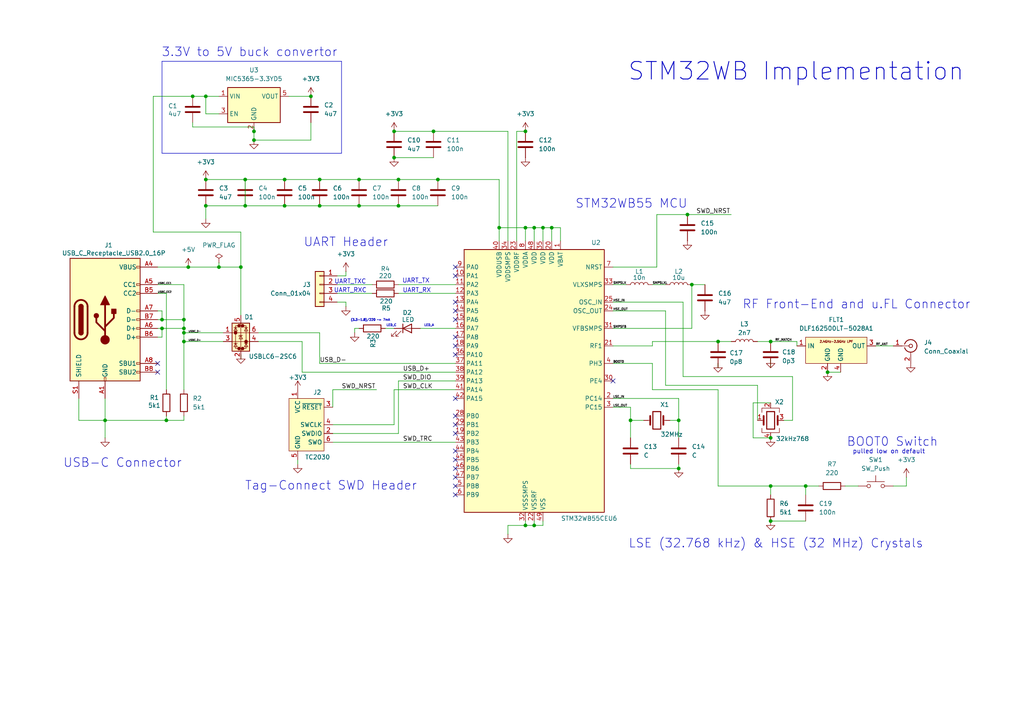
<source format=kicad_sch>
(kicad_sch (version 20250114) (generator "eeschema") (generator_version "9.0")
  (paper "A4")
  (title_block (title "STM32WB Implementation") (date "2025-08-30") (rev "A") (company "Amy Zheng"))
  (lib_symbols
    (symbol "BluephilDemo_SchematicSymbols:DLF162500LT-5028A1_"
      (property "Reference" "FLT" (at 0 4.318 0))
      (property "Value" "DLF162500LT-5028A1" (at 0 0 0))
      (symbol "DLF162500LT-5028A1__0_0"
        (pin passive line (at -10.16 0 0) (length 2.54) (name "IN") (number "1"))
        (pin passive line (at -1.27 -7.62 90) (length 2.54) (name "GND") (number "2"))
        (pin passive line (at 2.54 -7.62 90) (length 2.54) (name "GND") (number "4"))
        (pin passive line (at 12.7 0 180) (length 2.54) (name "OUT") (number "3"))
      )
      (symbol "DLF162500LT-5028A1__1_1"
        (rectangle (start -7.62 2.54) (end 10.16 -5.08) (fill (type background)))
        (text "2.4GHz-2.5GHz LPF" (at 1.27 1.27 0) (effects (font (size 0.635 0.635))))
      )
    )
    (symbol "Connector:Conn_ARM_SWD_TagConnect_TC2030" (in_bom no)
      (property "Reference" "J" (at 2.54 11.43 0))
      (property "Value" "Conn_ARM_SWD_TagConnect_TC2030" (at 5.08 8.89 0))
      (symbol "Conn_ARM_SWD_TagConnect_TC2030_0_0"
        (pin power_in line (at -2.54 10.16 270) (length 2.54) (name "VCC") (number "1"))
        (pin power_in line (at -2.54 -10.16 90) (length 2.54) (name "GND") (number "5"))
        (pin open_collector line (at 7.62 5.08 180) (length 2.54) (name "~{RESET}") (number "3"))
        (pin output line (at 7.62 0 180) (length 2.54) (name "SWCLK") (number "4"))
        (pin bidirectional line (at 7.62 -2.54 180) (length 2.54) (name "SWDIO") (number "2"))
        (pin input line (at 7.62 -5.08 180) (length 2.54) (name "SWO") (number "6"))
      )
      (symbol "Conn_ARM_SWD_TagConnect_TC2030_0_1"
        (rectangle (start -5.08 7.62) (end 5.08 -7.62) (fill (type background)))
      )
    )
    (symbol "Connector:Conn_Coaxial" (pin_names (offset 1.016) (hide yes))
      (property "Reference" "J" (at 0.254 3.048 0))
      (property "Value" "Conn_Coaxial" (at 2.921 0 90))
      (symbol "Conn_Coaxial_0_1"
        (polyline (pts (xy -2.54 0) (xy -0.508 0)))
        (arc (start 1.778 0) (mid 0.222 -1.8079) (end -1.778 -0.508) (stroke (width 0.254)))
        (arc (start -1.778 0.508) (mid 0.2221 1.8084) (end 1.778 0) (stroke (width 0.254)))
        (circle (center 0 0) (radius 0.508) (stroke (width 0.2032)))
        (polyline (pts (xy 0 -2.54) (xy 0 -1.778)))
      )
      (symbol "Conn_Coaxial_1_1"
        (pin passive line (at -5.08 0 0) (length 2.54) (name "In") (number "1"))
        (pin passive line (at 0 -5.08 90) (length 2.54) (name "Ext") (number "2"))
      )
    )
    (symbol "Connector:USB_C_Receptacle_USB2.0_16P" (pin_names (offset 1.016))
      (property "Reference" "J" (at 0 22.225 0))
      (property "Value" "USB_C_Receptacle_USB2.0_16P" (at 0 19.685 0))
      (symbol "USB_C_Receptacle_USB2.0_16P_0_0"
        (rectangle (start -0.254 -17.78) (end 0.254 -16.764))
        (rectangle (start 10.16 15.494) (end 9.144 14.986))
        (rectangle (start 10.16 10.414) (end 9.144 9.906))
        (rectangle (start 10.16 7.874) (end 9.144 7.366))
        (rectangle (start 10.16 2.794) (end 9.144 2.286))
        (rectangle (start 10.16 0.254) (end 9.144 -0.254))
        (rectangle (start 10.16 -2.286) (end 9.144 -2.794))
        (rectangle (start 10.16 -4.826) (end 9.144 -5.334))
        (rectangle (start 10.16 -12.446) (end 9.144 -12.954))
        (rectangle (start 10.16 -14.986) (end 9.144 -15.494))
      )
      (symbol "USB_C_Receptacle_USB2.0_16P_0_1"
        (rectangle (start -10.16 17.78) (end 10.16 -17.78) (stroke (width 0.254)) (fill (type background)))
        (polyline (pts (xy -8.89 -3.81) (xy -8.89 3.81)) (stroke (width 0.508)))
        (rectangle (start -7.62 -3.81) (end -6.35 3.81) (stroke (width 0.254)) (fill (type outline)))
        (arc (start -7.62 3.81) (mid -6.985 4.4423) (end -6.35 3.81) (stroke (width 0.254)))
        (arc (start -7.62 3.81) (mid -6.985 4.4423) (end -6.35 3.81) (stroke (width 0.254)) (fill (type outline)))
        (arc (start -8.89 3.81) (mid -6.985 5.7067) (end -5.08 3.81) (stroke (width 0.508)))
        (arc (start -5.08 -3.81) (mid -6.985 -5.7067) (end -8.89 -3.81) (stroke (width 0.508)))
        (arc (start -6.35 -3.81) (mid -6.985 -4.4423) (end -7.62 -3.81) (stroke (width 0.254)))
        (arc (start -6.35 -3.81) (mid -6.985 -4.4423) (end -7.62 -3.81) (stroke (width 0.254)) (fill (type outline)))
        (polyline (pts (xy -5.08 3.81) (xy -5.08 -3.81)) (stroke (width 0.508)))
        (circle (center -2.54 1.143) (radius 0.635) (stroke (width 0.254)) (fill (type outline)))
        (polyline (pts (xy -1.27 4.318) (xy 0 6.858) (xy 1.27 4.318) (xy -1.27 4.318)) (stroke (width 0.254)) (fill (type outline)))
        (polyline (pts (xy 0 -2.032) (xy 2.54 0.508) (xy 2.54 1.778)) (stroke (width 0.508)))
        (polyline (pts (xy 0 -3.302) (xy -2.54 -0.762) (xy -2.54 0.508)) (stroke (width 0.508)))
        (polyline (pts (xy 0 -5.842) (xy 0 4.318)) (stroke (width 0.508)))
        (circle (center 0 -5.842) (radius 1.27) (fill (type outline)))
        (rectangle (start 1.905 1.778) (end 3.175 3.048) (stroke (width 0.254)) (fill (type outline)))
      )
      (symbol "USB_C_Receptacle_USB2.0_16P_1_1"
        (pin passive line (at -7.62 -22.86 90) (length 5.08) (name "SHIELD") (number "S1"))
        (pin passive line (at 0 -22.86 90) (length 5.08) (name "GND") (number "A1"))
        (pin passive line (at 0 -22.86 90) (length 5.08) (hide yes) (name "GND") (number "A12"))
        (pin passive line (at 0 -22.86 90) (length 5.08) (hide yes) (name "GND") (number "B1"))
        (pin passive line (at 0 -22.86 90) (length 5.08) (hide yes) (name "GND") (number "B12"))
        (pin passive line (at 15.24 15.24 180) (length 5.08) (name "VBUS") (number "A4"))
        (pin passive line (at 15.24 15.24 180) (length 5.08) (hide yes) (name "VBUS") (number "A9"))
        (pin passive line (at 15.24 15.24 180) (length 5.08) (hide yes) (name "VBUS") (number "B4"))
        (pin passive line (at 15.24 15.24 180) (length 5.08) (hide yes) (name "VBUS") (number "B9"))
        (pin bidirectional line (at 15.24 10.16 180) (length 5.08) (name "CC1") (number "A5"))
        (pin bidirectional line (at 15.24 7.62 180) (length 5.08) (name "CC2") (number "B5"))
        (pin bidirectional line (at 15.24 2.54 180) (length 5.08) (name "D-") (number "A7"))
        (pin bidirectional line (at 15.24 0 180) (length 5.08) (name "D-") (number "B7"))
        (pin bidirectional line (at 15.24 -2.54 180) (length 5.08) (name "D+") (number "A6"))
        (pin bidirectional line (at 15.24 -5.08 180) (length 5.08) (name "D+") (number "B6"))
        (pin bidirectional line (at 15.24 -12.7 180) (length 5.08) (name "SBU1") (number "A8"))
        (pin bidirectional line (at 15.24 -15.24 180) (length 5.08) (name "SBU2") (number "B8"))
      )
    )
    (symbol "Connector_Generic:Conn_01x04" (pin_names (offset 1.016) (hide yes))
      (property "Reference" "J" (at 0 5.08 0))
      (property "Value" "Conn_01x04" (at 0 -7.62 0))
      (symbol "Conn_01x04_1_1"
        (rectangle (start -1.27 3.81) (end 1.27 -6.35) (stroke (width 0.254)) (fill (type background)))
        (rectangle (start -1.27 2.667) (end 0 2.413) (stroke (width 0.1524)))
        (rectangle (start -1.27 0.127) (end 0 -0.127) (stroke (width 0.1524)))
        (rectangle (start -1.27 -2.413) (end 0 -2.667) (stroke (width 0.1524)))
        (rectangle (start -1.27 -4.953) (end 0 -5.207) (stroke (width 0.1524)))
        (pin passive line (at -5.08 2.54 0) (length 3.81) (name "Pin_1") (number "1"))
        (pin passive line (at -5.08 0 0) (length 3.81) (name "Pin_2") (number "2"))
        (pin passive line (at -5.08 -2.54 0) (length 3.81) (name "Pin_3") (number "3"))
        (pin passive line (at -5.08 -5.08 0) (length 3.81) (name "Pin_4") (number "4"))
      )
    )
    (symbol "Device:C" (pin_numbers (hide yes)) (pin_names (offset 0.254))
      (property "Reference" "C" (at 0.635 2.54 0))
      (property "Value" "C" (at 0.635 -2.54 0))
      (symbol "C_0_1"
        (polyline (pts (xy -2.032 0.762) (xy 2.032 0.762)) (stroke (width 0.508)))
        (polyline (pts (xy -2.032 -0.762) (xy 2.032 -0.762)) (stroke (width 0.508)))
      )
      (symbol "C_1_1"
        (pin passive line (at 0 3.81 270) (length 2.794) (name "~") (number "1"))
        (pin passive line (at 0 -3.81 90) (length 2.794) (name "~") (number "2"))
      )
    )
    (symbol "Device:Crystal" (pin_numbers (hide yes)) (pin_names (offset 1.016) (hide yes))
      (property "Reference" "Y" (at 0 3.81 0))
      (property "Value" "Crystal" (at 0 -3.81 0))
      (symbol "Crystal_0_1"
        (polyline (pts (xy -2.54 0) (xy -1.905 0)))
        (polyline (pts (xy -1.905 -1.27) (xy -1.905 1.27)) (stroke (width 0.508)))
        (rectangle (start -1.143 2.54) (end 1.143 -2.54) (stroke (width 0.3048)))
        (polyline (pts (xy 1.905 -1.27) (xy 1.905 1.27)) (stroke (width 0.508)))
        (polyline (pts (xy 2.54 0) (xy 1.905 0)))
      )
      (symbol "Crystal_1_1"
        (pin passive line (at -3.81 0 0) (length 1.27) (name "1") (number "1"))
        (pin passive line (at 3.81 0 180) (length 1.27) (name "2") (number "2"))
      )
    )
    (symbol "Device:Crystal_GND24" (pin_names (offset 1.016) (hide yes))
      (property "Reference" "Y" (at 3.175 5.08 0))
      (property "Value" "Crystal_GND24" (at 3.175 3.175 0))
      (symbol "Crystal_GND24_0_1"
        (polyline (pts (xy -2.54 2.286) (xy -2.54 3.556) (xy 2.54 3.556) (xy 2.54 2.286)))
        (polyline (pts (xy -2.54 0) (xy -2.032 0)))
        (polyline (pts (xy -2.54 -2.286) (xy -2.54 -3.556) (xy 2.54 -3.556) (xy 2.54 -2.286)))
        (polyline (pts (xy -2.032 -1.27) (xy -2.032 1.27)) (stroke (width 0.508)))
        (rectangle (start -1.143 2.54) (end 1.143 -2.54) (stroke (width 0.3048)))
        (polyline (pts (xy 0 3.556) (xy 0 3.81)))
        (polyline (pts (xy 0 -3.81) (xy 0 -3.556)))
        (polyline (pts (xy 2.032 0) (xy 2.54 0)))
        (polyline (pts (xy 2.032 -1.27) (xy 2.032 1.27)) (stroke (width 0.508)))
      )
      (symbol "Crystal_GND24_1_1"
        (pin passive line (at -3.81 0 0) (length 1.27) (name "1") (number "1"))
        (pin passive line (at 0 5.08 270) (length 1.27) (name "2") (number "2"))
        (pin passive line (at 0 -5.08 90) (length 1.27) (name "4") (number "4"))
        (pin passive line (at 3.81 0 180) (length 1.27) (name "3") (number "3"))
      )
    )
    (symbol "Device:L" (pin_numbers (hide yes)) (pin_names (offset 1.016) (hide yes))
      (property "Reference" "L" (at -1.27 0 90))
      (property "Value" "L" (at 1.905 0 90))
      (symbol "L_0_1"
        (arc (start 0 2.54) (mid 0.6323 1.905) (end 0 1.27))
        (arc (start 0 1.27) (mid 0.6323 0.635) (end 0 0))
        (arc (start 0 0) (mid 0.6323 -0.635) (end 0 -1.27))
        (arc (start 0 -1.27) (mid 0.6323 -1.905) (end 0 -2.54))
      )
      (symbol "L_1_1"
        (pin passive line (at 0 3.81 270) (length 1.27) (name "1") (number "1"))
        (pin passive line (at 0 -3.81 90) (length 1.27) (name "2") (number "2"))
      )
    )
    (symbol "Device:LED" (pin_numbers (hide yes)) (pin_names (offset 1.016) (hide yes))
      (property "Reference" "D" (at 0 2.54 0))
      (property "Value" "LED" (at 0 -2.54 0))
      (symbol "LED_0_1"
        (polyline (pts (xy -3.048 -0.762) (xy -4.572 -2.286) (xy -3.81 -2.286) (xy -4.572 -2.286) (xy -4.572 -1.524)))
        (polyline (pts (xy -1.778 -0.762) (xy -3.302 -2.286) (xy -2.54 -2.286) (xy -3.302 -2.286) (xy -3.302 -1.524)))
        (polyline (pts (xy -1.27 0) (xy 1.27 0)))
        (polyline (pts (xy -1.27 -1.27) (xy -1.27 1.27)) (stroke (width 0.254)))
        (polyline (pts (xy 1.27 -1.27) (xy 1.27 1.27) (xy -1.27 0) (xy 1.27 -1.27)) (stroke (width 0.254)))
      )
      (symbol "LED_1_1"
        (pin passive line (at -3.81 0 0) (length 2.54) (name "K") (number "1"))
        (pin passive line (at 3.81 0 180) (length 2.54) (name "A") (number "2"))
      )
    )
    (symbol "Device:R" (pin_numbers (hide yes)) (pin_names (offset 0))
      (property "Reference" "R" (at 2.032 0 90))
      (property "Value" "R" (at 0 0 90))
      (symbol "R_0_1"
        (rectangle (start -1.016 -2.54) (end 1.016 2.54) (stroke (width 0.254)))
      )
      (symbol "R_1_1"
        (pin passive line (at 0 3.81 270) (length 1.27) (name "~") (number "1"))
        (pin passive line (at 0 -3.81 90) (length 1.27) (name "~") (number "2"))
      )
    )
    (symbol "MCU_ST_STM32WB:STM32WB55CEUx"
      (property "Reference" "U" (at -20.32 39.37 0))
      (property "Value" "STM32WB55CEUx" (at 12.7 39.37 0))
      (symbol "STM32WB55CEUx_0_1"
        (rectangle (start -20.32 -38.1) (end 20.32 38.1) (stroke (width 0.254)) (fill (type background)))
      )
      (symbol "STM32WB55CEUx_1_1"
        (pin input line (at -22.86 33.02 0) (length 2.54) (name "NRST") (number "7"))
        (pin power_in line (at -22.86 27.94 0) (length 2.54) (name "VLXSMPS") (number "33"))
        (pin input line (at -22.86 22.86 0) (length 2.54) (name "OSC_IN") (number "25"))
        (pin input line (at -22.86 20.32 0) (length 2.54) (name "OSC_OUT") (number "24"))
        (pin input line (at -22.86 15.24 0) (length 2.54) (name "VFBSMPS") (number "31"))
        (pin bidirectional line (at -22.86 10.16 0) (length 2.54) (name "RF1") (number "21"))
        (pin bidirectional line (at -22.86 5.08 0) (length 2.54) (name "PH3") (number "4"))
        (pin bidirectional line (at -22.86 0 0) (length 2.54) (name "PE4") (number "30"))
        (pin bidirectional line (at -22.86 -5.08 0) (length 2.54) (name "PC14") (number "2"))
        (pin bidirectional line (at -22.86 -7.62 0) (length 2.54) (name "PC15") (number "3"))
        (pin no_connect line (at -20.32 -35.56 0) (length 2.54) (hide yes) (name "AT1") (number "27"))
        (pin no_connect line (at -20.32 -38.1 0) (length 2.54) (hide yes) (name "AT0") (number "26"))
        (pin power_in line (at -7.62 40.64 270) (length 2.54) (name "VBAT") (number "1"))
        (pin power_in line (at -5.08 40.64 270) (length 2.54) (name "VDD") (number "20"))
        (pin power_in line (at -2.54 40.64 270) (length 2.54) (name "VDD") (number "35"))
        (pin power_in line (at -2.54 -40.64 90) (length 2.54) (name "VSS") (number "49"))
        (pin power_in line (at 0 40.64 270) (length 2.54) (name "VDD") (number "48"))
        (pin power_in line (at 0 -40.64 90) (length 2.54) (name "VSSRF") (number "22"))
        (pin power_in line (at 2.54 40.64 270) (length 2.54) (name "VDDA") (number "8"))
        (pin power_in line (at 2.54 -40.64 90) (length 2.54) (name "VSSSMPS") (number "32"))
        (pin power_in line (at 5.08 40.64 270) (length 2.54) (name "VDDRF") (number "23"))
        (pin power_in line (at 7.62 40.64 270) (length 2.54) (name "VDDSMPS") (number "34"))
        (pin power_in line (at 10.16 40.64 270) (length 2.54) (name "VDDUSB") (number "40"))
        (pin bidirectional line (at 22.86 33.02 180) (length 2.54) (name "PA0") (number "9"))
        (pin bidirectional line (at 22.86 30.48 180) (length 2.54) (name "PA1") (number "10"))
        (pin bidirectional line (at 22.86 27.94 180) (length 2.54) (name "PA2") (number "11"))
        (pin bidirectional line (at 22.86 25.4 180) (length 2.54) (name "PA3") (number "12"))
        (pin bidirectional line (at 22.86 22.86 180) (length 2.54) (name "PA4") (number "13"))
        (pin bidirectional line (at 22.86 20.32 180) (length 2.54) (name "PA5") (number "14"))
        (pin bidirectional line (at 22.86 17.78 180) (length 2.54) (name "PA6") (number "15"))
        (pin bidirectional line (at 22.86 15.24 180) (length 2.54) (name "PA7") (number "16"))
        (pin bidirectional line (at 22.86 12.7 180) (length 2.54) (name "PA8") (number "17"))
        (pin bidirectional line (at 22.86 10.16 180) (length 2.54) (name "PA9") (number "18"))
        (pin bidirectional line (at 22.86 7.62 180) (length 2.54) (name "PA10") (number "36"))
        (pin bidirectional line (at 22.86 5.08 180) (length 2.54) (name "PA11") (number "37"))
        (pin bidirectional line (at 22.86 2.54 180) (length 2.54) (name "PA12") (number "38"))
        (pin bidirectional line (at 22.86 0 180) (length 2.54) (name "PA13") (number "39"))
        (pin bidirectional line (at 22.86 -2.54 180) (length 2.54) (name "PA14") (number "41"))
        (pin bidirectional line (at 22.86 -5.08 180) (length 2.54) (name "PA15") (number "42"))
        (pin bidirectional line (at 22.86 -10.16 180) (length 2.54) (name "PB0") (number "28"))
        (pin bidirectional line (at 22.86 -12.7 180) (length 2.54) (name "PB1") (number "29"))
        (pin bidirectional line (at 22.86 -15.24 180) (length 2.54) (name "PB2") (number "19"))
        (pin bidirectional line (at 22.86 -17.78 180) (length 2.54) (name "PB3") (number "43"))
        (pin bidirectional line (at 22.86 -20.32 180) (length 2.54) (name "PB4") (number "44"))
        (pin bidirectional line (at 22.86 -22.86 180) (length 2.54) (name "PB5") (number "45"))
        (pin bidirectional line (at 22.86 -25.4 180) (length 2.54) (name "PB6") (number "46"))
        (pin bidirectional line (at 22.86 -27.94 180) (length 2.54) (name "PB7") (number "47"))
        (pin bidirectional line (at 22.86 -30.48 180) (length 2.54) (name "PB8") (number "5"))
        (pin bidirectional line (at 22.86 -33.02 180) (length 2.54) (name "PB9") (number "6"))
      )
    )
    (symbol "Power_Protection:USBLC6-2SC6" (pin_names (hide yes))
      (property "Reference" "U" (at 0.635 5.715 0))
      (property "Value" "USBLC6-2SC6" (at 0.635 3.81 0))
      (symbol "USBLC6-2SC6_0_0"
        (circle (center -1.524 0) (radius 0.0001) (stroke (width 0.508)))
        (circle (center -0.508 2.032) (radius 0.0001) (stroke (width 0.508)))
        (circle (center -0.508 -4.572) (radius 0.0001) (stroke (width 0.508)))
        (circle (center 0.508 2.032) (radius 0.0001) (stroke (width 0.508)))
        (circle (center 0.508 -4.572) (radius 0.0001) (stroke (width 0.508)))
        (circle (center 1.524 -2.54) (radius 0.0001) (stroke (width 0.508)))
      )
      (symbol "USBLC6-2SC6_0_1"
        (polyline (pts (xy -2.54 0) (xy 2.54 0)))
        (polyline (pts (xy -2.54 -2.54) (xy 2.54 -2.54)))
        (polyline (pts (xy -2.032 0.508) (xy -1.016 0.508) (xy -1.524 1.524) (xy -2.032 0.508)))
        (polyline (pts (xy -2.032 -3.048) (xy -1.016 -3.048)))
        (polyline (pts (xy -1.016 1.524) (xy -2.032 1.524)))
        (polyline (pts (xy -1.016 -4.064) (xy -2.032 -4.064) (xy -1.524 -3.048) (xy -1.016 -4.064)))
        (polyline (pts (xy -0.508 -1.143) (xy -0.508 -0.762) (xy 0.508 -0.762)))
        (polyline (pts (xy 0 2.54) (xy -0.508 2.032) (xy 0.508 2.032) (xy 0 1.524) (xy 0 -4.064) (xy -0.508 -4.572) (xy 0.508 -4.572) (xy 0 -5.08)))
        (polyline (pts (xy 0.508 -1.778) (xy -0.508 -1.778) (xy 0 -0.762) (xy 0.508 -1.778)))
        (polyline (pts (xy 1.016 1.524) (xy 2.032 1.524)))
        (polyline (pts (xy 1.016 -3.048) (xy 2.032 -3.048)))
        (polyline (pts (xy 2.032 0.508) (xy 1.016 0.508) (xy 1.524 1.524) (xy 2.032 0.508)))
        (polyline (pts (xy 2.032 -4.064) (xy 1.016 -4.064) (xy 1.524 -3.048) (xy 2.032 -4.064)))
      )
      (symbol "USBLC6-2SC6_1_1"
        (rectangle (start -2.54 2.794) (end 2.54 -5.334) (stroke (width 0.254)) (fill (type background)))
        (polyline (pts (xy -0.508 2.032) (xy -1.524 2.032) (xy -1.524 -4.572) (xy -0.508 -4.572)))
        (polyline (pts (xy 0.508 -4.572) (xy 1.524 -4.572) (xy 1.524 2.032) (xy 0.508 2.032)))
        (pin passive line (at -5.08 0 0) (length 2.54) (name "I/O1") (number "1"))
        (pin passive line (at -5.08 -2.54 0) (length 2.54) (name "I/O2") (number "3"))
        (pin passive line (at 0 5.08 270) (length 2.54) (name "VBUS") (number "5"))
        (pin passive line (at 0 -7.62 90) (length 2.54) (name "GND") (number "2"))
        (pin passive line (at 5.08 0 180) (length 2.54) (name "I/O1") (number "6"))
        (pin passive line (at 5.08 -2.54 180) (length 2.54) (name "I/O2") (number "4"))
      )
    )
    (symbol "Regulator_Linear:MIC5365-3.3YD5"
      (property "Reference" "U" (at -7.62 6.35 0))
      (property "Value" "MIC5365-3.3YD5" (at 0 6.35 0))
      (symbol "MIC5365-3.3YD5_0_1"
        (rectangle (start -7.62 -5.08) (end 7.62 5.08) (stroke (width 0.254)) (fill (type background)))
      )
      (symbol "MIC5365-3.3YD5_1_1"
        (pin power_in line (at -10.16 2.54 0) (length 2.54) (name "VIN") (number "1"))
        (pin input line (at -10.16 -2.54 0) (length 2.54) (name "EN") (number "3"))
        (pin power_in line (at 0 -7.62 90) (length 2.54) (name "GND") (number "2"))
        (pin no_connect line (at 7.62 -2.54 180) (length 2.54) (hide yes) (name "NC") (number "4"))
        (pin power_out line (at 10.16 2.54 180) (length 2.54) (name "VOUT") (number "5"))
      )
    )
    (symbol "Switch:SW_Push" (pin_numbers (hide yes)) (pin_names (offset 1.016) (hide yes))
      (property "Reference" "SW" (at 1.27 2.54 0))
      (property "Value" "SW_Push" (at 0 -1.524 0))
      (symbol "SW_Push_0_1"
        (circle (center -2.032 0) (radius 0.508))
        (polyline (pts (xy 0 1.27) (xy 0 3.048)))
        (circle (center 2.032 0) (radius 0.508))
        (polyline (pts (xy 2.54 1.27) (xy -2.54 1.27)))
        (pin passive line (at -5.08 0 0) (length 2.54) (name "1") (number "1"))
        (pin passive line (at 5.08 0 180) (length 2.54) (name "2") (number "2"))
      )
    )
    (symbol "power:+3V3" (power) (pin_numbers (hide yes)) (pin_names (offset 0) (hide yes))
      (property "Value" "+3V3" (at 0 3.556 0))
      (symbol "+3V3_0_1"
        (polyline (pts (xy -0.762 1.27) (xy 0 2.54)))
        (polyline (pts (xy 0 2.54) (xy 0.762 1.27)))
        (polyline (pts (xy 0 0) (xy 0 2.54)))
      )
      (symbol "+3V3_1_1"
        (pin power_in line (at 0 0 90) (length 0) (name "~") (number "1"))
      )
    )
    (symbol "power:+5V" (power) (pin_numbers (hide yes)) (pin_names (offset 0) (hide yes))
      (property "Value" "+5V" (at 0 3.556 0))
      (symbol "+5V_0_1"
        (polyline (pts (xy -0.762 1.27) (xy 0 2.54)))
        (polyline (pts (xy 0 2.54) (xy 0.762 1.27)))
        (polyline (pts (xy 0 0) (xy 0 2.54)))
      )
      (symbol "+5V_1_1"
        (pin power_in line (at 0 0 90) (length 0) (name "~") (number "1"))
      )
    )
    (symbol "power:GND" (power) (pin_numbers (hide yes)) (pin_names (offset 0) (hide yes))
      (property "Value" "GND" (at 0 -3.81 0))
      (symbol "GND_0_1"
        (polyline (pts (xy 0 0) (xy 0 -1.27) (xy 1.27 -1.27) (xy 0 -2.54) (xy -1.27 -1.27) (xy 0 -1.27)))
      )
      (symbol "GND_1_1"
        (pin power_in line (at 0 0 270) (length 0) (name "~") (number "1"))
      )
    )
    (symbol "power:PWR_FLAG" (power) (pin_numbers (hide yes)) (pin_names (offset 0) (hide yes))
      (property "Value" "PWR_FLAG" (at 0 3.81 0))
      (symbol "PWR_FLAG_0_0"
        (pin power_out line (at 0 0 90) (length 0) (name "~") (number "1"))
      )
      (symbol "PWR_FLAG_0_1"
        (polyline (pts (xy 0 0) (xy 0 1.27) (xy -1.016 1.905) (xy 0 2.54) (xy 1.016 1.905) (xy 0 1.27)))
      )
    )
  )
  (text "Tag-Connect SWD Header" (at 96.012 140.97 0) (effects (font (size 2.54 2.54) (thickness 0.1588))))
  (text "LED_A" (at 124.46 94.488 0) (effects (font (size 0.635 0.635))))
  (text "pulled low on default" (at 257.81 131.064 0) (effects (font (size 1.27 1.27) (thickness 0.1588))))
  (text "USB-C Connector" (at 35.56 134.366 0) (effects (font (size 2.54 2.54) (thickness 0.1588))))
  (text "LSE (32.768 kHz) & HSE (32 MHz) Crystals" (at 225.044 157.734 0) (effects (font (size 2.54 2.54) (thickness 0.1588))))
  (text "LED_C" (at 113.538 94.488 0) (effects (font (size 0.635 0.635))))
  (text "(3.3-1.8)/220 ~= 7mA" (at 107.442 92.964 0) (effects (font (size 0.635 0.635))))
  (text "STM32WB Implementation" (at 230.886 20.828 0) (effects (font (size 5.08 5.08) (thickness 0.254) (bold yes))))
  (text "UART_RX\n" (at 120.904 84.328 0) (effects (font (size 1.27 1.27))))
  (text "UART Header" (at 100.33 70.358 0) (effects (font (size 2.54 2.54) (thickness 0.1588))))
  (text "UART_TXC" (at 101.6 81.788 0) (effects (font (size 1.27 1.27))))
  (text "UART_RXC\n\n" (at 101.6 85.344 0) (effects (font (size 1.27 1.27))))
  (text "RF Front-End and u.FL Connector" (at 248.412 88.392 0) (effects (font (size 2.54 2.54) (thickness 0.1588))))
  (text "STM32WB55 MCU" (at 183.134 59.182 0) (effects (font (size 2.54 2.54) (thickness 0.1588))))
  (text "UART_TX" (at 120.65 81.534 0) (effects (font (size 1.27 1.27))))
  (text "3.3V to 5V buck convertor\n" (at 72.39 15.24 0) (effects (font (size 2.54 2.54) (thickness 0.1588))))
  (text "BOOT0 Switch" (at 258.826 128.27 0) (effects (font (size 2.54 2.54) (thickness 0.1588))))
  (junction (at 46.99 95.25))
  (junction (at 196.85 121.92))
  (junction (at 157.48 66.04))
  (junction (at 53.34 99.06))
  (junction (at 104.14 59.69))
  (junction (at 90.17 27.94))
  (junction (at 104.14 52.07))
  (junction (at 115.57 52.07))
  (junction (at 69.85 77.47))
  (junction (at 59.69 27.94))
  (junction (at 199.39 62.23))
  (junction (at 152.4 38.1))
  (junction (at 92.71 59.69))
  (junction (at 152.4 66.04))
  (junction (at 223.52 151.13))
  (junction (at 73.66 38.1))
  (junction (at 115.57 59.69))
  (junction (at 54.61 77.47))
  (junction (at 127 52.07))
  (junction (at 160.02 66.04))
  (junction (at 223.52 140.97))
  (junction (at 200.66 82.55))
  (junction (at 208.28 99.06))
  (junction (at 114.3 38.1))
  (junction (at 63.5 77.47))
  (junction (at 82.55 52.07))
  (junction (at 46.99 92.71))
  (junction (at 154.94 152.4))
  (junction (at 48.26 121.92))
  (junction (at 59.69 59.69))
  (junction (at 92.71 52.07))
  (junction (at 196.85 135.89))
  (junction (at 59.69 52.07))
  (junction (at 114.3 45.72))
  (junction (at 71.12 52.07))
  (junction (at 233.68 140.97))
  (junction (at 71.12 59.69))
  (junction (at 223.52 127))
  (junction (at 223.52 99.06))
  (junction (at 240.03 107.95))
  (junction (at 53.34 92.71))
  (junction (at 82.55 59.69))
  (junction (at 73.66 40.64))
  (junction (at 125.73 38.1))
  (junction (at 30.48 121.92))
  (junction (at 152.4 152.4))
  (junction (at 55.88 27.94))
  (junction (at 154.94 66.04))
  (junction (at 53.34 95.25))
  (junction (at 182.88 121.92))
  (junction (at 144.78 66.04))
  (junction (at 53.34 96.52))
  (no_connect (at 45.72 107.95))
  (no_connect (at 132.08 123.19))
  (no_connect (at 132.08 135.89))
  (no_connect (at 177.8 110.49))
  (no_connect (at 132.08 143.51))
  (no_connect (at 132.08 90.17))
  (no_connect (at 132.08 77.47))
  (no_connect (at 132.08 102.87))
  (no_connect (at 132.08 97.79))
  (no_connect (at 132.08 133.35))
  (no_connect (at 45.72 105.41))
  (no_connect (at 132.08 80.01))
  (no_connect (at 132.08 120.65))
  (no_connect (at 132.08 130.81))
  (no_connect (at 132.08 138.43))
  (no_connect (at 132.08 125.73))
  (no_connect (at 132.08 92.71))
  (no_connect (at 132.08 115.57))
  (no_connect (at 132.08 87.63))
  (no_connect (at 132.08 100.33))
  (no_connect (at 132.08 140.97))
  (wire (pts (xy 96.52 113.03) (xy 109.22 113.03)))
  (wire (pts (xy 97.79 85.09) (xy 107.95 85.09)))
  (wire (pts (xy 115.57 82.55) (xy 132.08 82.55)))
  (wire (pts (xy 208.28 105.41) (xy 208.28 106.68)))
  (wire (pts (xy 196.85 135.89) (xy 196.85 134.62)))
  (wire (pts (xy 53.34 99.06) (xy 53.34 113.03)))
  (wire (pts (xy 208.28 99.06) (xy 212.09 99.06)))
  (wire (pts (xy 254 100.33) (xy 259.08 100.33)))
  (wire (pts (xy 73.66 38.1) (xy 73.66 40.64)))
  (wire (pts (xy 73.66 40.64) (xy 90.17 40.64)))
  (wire (pts (xy 48.26 121.92) (xy 48.26 120.65)))
  (wire (pts (xy 189.23 82.55) (xy 193.04 82.55)))
  (wire (pts (xy 46.99 97.79) (xy 46.99 95.25)))
  (wire (pts (xy 102.87 95.25) (xy 104.14 95.25)))
  (wire (pts (xy 96.52 125.73) (xy 115.57 125.73)))
  (wire (pts (xy 92.71 105.41) (xy 132.08 105.41)))
  (wire (pts (xy 198.12 109.22) (xy 229.87 109.22)))
  (wire (pts (xy 240.03 107.95) (xy 243.84 107.95)))
  (wire (pts (xy 102.87 96.52) (xy 102.87 95.25)))
  (wire (pts (xy 219.71 99.06) (xy 223.52 99.06)))
  (wire (pts (xy 121.92 95.25) (xy 132.08 95.25)))
  (wire (pts (xy 53.34 92.71) (xy 53.34 95.25)))
  (wire (pts (xy 48.26 121.92) (xy 53.34 121.92)))
  (wire (pts (xy 182.88 121.92) (xy 182.88 118.11)))
  (wire (pts (xy 45.72 95.25) (xy 46.99 95.25)))
  (wire (pts (xy 115.57 110.49) (xy 132.08 110.49)))
  (wire (pts (xy 48.26 113.03) (xy 48.26 85.09)))
  (wire (pts (xy 147.32 38.1) (xy 147.32 69.85)))
  (polyline (pts (xy 99.06 17.78) (xy 99.06 44.45)))
  (wire (pts (xy 177.8 77.47) (xy 190.5 77.47)))
  (wire (pts (xy 177.8 90.17) (xy 193.04 90.17)))
  (wire (pts (xy 69.85 67.31) (xy 44.45 67.31)))
  (wire (pts (xy 229.87 121.92) (xy 227.33 121.92)))
  (wire (pts (xy 100.33 87.63) (xy 100.33 88.9)))
  (wire (pts (xy 125.73 38.1) (xy 147.32 38.1)))
  (wire (pts (xy 59.69 59.69) (xy 59.69 63.5)))
  (wire (pts (xy 59.69 27.94) (xy 63.5 27.94)))
  (wire (pts (xy 182.88 134.62) (xy 182.88 135.89)))
  (wire (pts (xy 219.71 111.76) (xy 219.71 121.92)))
  (wire (pts (xy 177.8 105.41) (xy 189.23 105.41)))
  (wire (pts (xy 53.34 121.92) (xy 53.34 120.65)))
  (wire (pts (xy 144.78 52.07) (xy 144.78 66.04)))
  (wire (pts (xy 177.8 82.55) (xy 181.61 82.55)))
  (wire (pts (xy 46.99 90.17) (xy 46.99 92.71)))
  (wire (pts (xy 53.34 95.25) (xy 53.34 96.52)))
  (wire (pts (xy 223.52 99.06) (xy 231.14 99.06)))
  (wire (pts (xy 44.45 27.94) (xy 55.88 27.94)))
  (wire (pts (xy 154.94 151.13) (xy 154.94 152.4)))
  (wire (pts (xy 69.85 77.47) (xy 69.85 91.44)))
  (wire (pts (xy 223.52 116.84) (xy 218.44 116.84)))
  (wire (pts (xy 45.72 77.47) (xy 54.61 77.47)))
  (wire (pts (xy 45.72 90.17) (xy 46.99 90.17)))
  (wire (pts (xy 115.57 59.69) (xy 127 59.69)))
  (wire (pts (xy 73.66 36.83) (xy 73.66 38.1)))
  (wire (pts (xy 55.88 27.94) (xy 59.69 27.94)))
  (wire (pts (xy 63.5 77.47) (xy 69.85 77.47)))
  (wire (pts (xy 177.8 95.25) (xy 200.66 95.25)))
  (wire (pts (xy 63.5 33.02) (xy 59.69 33.02)))
  (polyline (pts (xy 99.06 44.45) (xy 46.99 44.45)))
  (wire (pts (xy 154.94 152.4) (xy 152.4 152.4)))
  (wire (pts (xy 229.87 109.22) (xy 229.87 121.92)))
  (wire (pts (xy 223.52 151.13) (xy 233.68 151.13)))
  (wire (pts (xy 177.8 118.11) (xy 182.88 118.11)))
  (wire (pts (xy 262.89 140.97) (xy 262.89 138.43)))
  (wire (pts (xy 147.32 152.4) (xy 152.4 152.4)))
  (wire (pts (xy 199.39 62.23) (xy 212.09 62.23)))
  (wire (pts (xy 22.86 121.92) (xy 30.48 121.92)))
  (wire (pts (xy 104.14 59.69) (xy 115.57 59.69)))
  (wire (pts (xy 44.45 27.94) (xy 44.45 67.31)))
  (wire (pts (xy 115.57 85.09) (xy 132.08 85.09)))
  (wire (pts (xy 177.8 115.57) (xy 196.85 115.57)))
  (wire (pts (xy 69.85 77.47) (xy 69.85 67.31)))
  (wire (pts (xy 115.57 52.07) (xy 127 52.07)))
  (wire (pts (xy 46.99 92.71) (xy 53.34 92.71)))
  (wire (pts (xy 200.66 95.25) (xy 200.66 82.55)))
  (wire (pts (xy 177.8 100.33) (xy 189.23 100.33)))
  (wire (pts (xy 87.63 99.06) (xy 87.63 107.95)))
  (wire (pts (xy 189.23 100.33) (xy 189.23 99.06)))
  (wire (pts (xy 190.5 62.23) (xy 199.39 62.23)))
  (wire (pts (xy 53.34 96.52) (xy 53.34 99.06)))
  (wire (pts (xy 162.56 69.85) (xy 162.56 66.04)))
  (wire (pts (xy 97.79 87.63) (xy 100.33 87.63)))
  (wire (pts (xy 154.94 152.4) (xy 157.48 152.4)))
  (wire (pts (xy 54.61 77.47) (xy 63.5 77.47)))
  (wire (pts (xy 127 52.07) (xy 144.78 52.07)))
  (wire (pts (xy 196.85 115.57) (xy 196.85 121.92)))
  (wire (pts (xy 152.4 66.04) (xy 154.94 66.04)))
  (wire (pts (xy 96.52 118.11) (xy 96.52 113.03)))
  (wire (pts (xy 182.88 127) (xy 182.88 121.92)))
  (wire (pts (xy 218.44 116.84) (xy 218.44 127)))
  (wire (pts (xy 71.12 59.69) (xy 82.55 59.69)))
  (wire (pts (xy 30.48 115.57) (xy 30.48 121.92)))
  (wire (pts (xy 144.78 66.04) (xy 152.4 66.04)))
  (wire (pts (xy 200.66 82.55) (xy 204.47 82.55)))
  (wire (pts (xy 152.4 66.04) (xy 152.4 69.85)))
  (wire (pts (xy 208.28 140.97) (xy 223.52 140.97)))
  (wire (pts (xy 149.86 38.1) (xy 152.4 38.1)))
  (wire (pts (xy 111.76 95.25) (xy 114.3 95.25)))
  (wire (pts (xy 96.52 128.27) (xy 132.08 128.27)))
  (wire (pts (xy 157.48 66.04) (xy 157.48 69.85)))
  (wire (pts (xy 74.93 99.06) (xy 87.63 99.06)))
  (wire (pts (xy 157.48 66.04) (xy 160.02 66.04)))
  (wire (pts (xy 71.12 52.07) (xy 71.12 59.69)))
  (wire (pts (xy 59.69 33.02) (xy 59.69 27.94)))
  (wire (pts (xy 53.34 92.71) (xy 53.34 82.55)))
  (wire (pts (xy 196.85 121.92) (xy 196.85 127)))
  (wire (pts (xy 114.3 38.1) (xy 125.73 38.1)))
  (wire (pts (xy 160.02 66.04) (xy 160.02 69.85)))
  (wire (pts (xy 245.11 140.97) (xy 248.92 140.97)))
  (wire (pts (xy 83.82 27.94) (xy 90.17 27.94)))
  (wire (pts (xy 100.33 80.01) (xy 97.79 80.01)))
  (wire (pts (xy 71.12 52.07) (xy 82.55 52.07)))
  (wire (pts (xy 190.5 77.47) (xy 190.5 62.23)))
  (wire (pts (xy 63.5 76.2) (xy 63.5 77.47)))
  (wire (pts (xy 48.26 85.09) (xy 45.72 85.09)))
  (wire (pts (xy 144.78 66.04) (xy 144.78 69.85)))
  (wire (pts (xy 96.52 123.19) (xy 114.3 123.19)))
  (wire (pts (xy 97.79 82.55) (xy 107.95 82.55)))
  (wire (pts (xy 59.69 52.07) (xy 71.12 52.07)))
  (wire (pts (xy 154.94 66.04) (xy 154.94 69.85)))
  (wire (pts (xy 104.14 52.07) (xy 115.57 52.07)))
  (wire (pts (xy 86.36 133.35) (xy 86.36 134.62)))
  (wire (pts (xy 30.48 127) (xy 30.48 121.92)))
  (wire (pts (xy 149.86 38.1) (xy 149.86 69.85)))
  (wire (pts (xy 223.52 104.14) (xy 223.52 106.68)))
  (wire (pts (xy 218.44 127) (xy 223.52 127)))
  (wire (pts (xy 82.55 59.69) (xy 92.71 59.69)))
  (wire (pts (xy 223.52 140.97) (xy 223.52 143.51)))
  (wire (pts (xy 55.88 35.56) (xy 55.88 36.83)))
  (wire (pts (xy 189.23 105.41) (xy 189.23 113.03)))
  (wire (pts (xy 55.88 36.83) (xy 73.66 36.83)))
  (wire (pts (xy 193.04 90.17) (xy 193.04 111.76)))
  (wire (pts (xy 53.34 82.55) (xy 45.72 82.55)))
  (wire (pts (xy 92.71 59.69) (xy 104.14 59.69)))
  (wire (pts (xy 69.85 104.14) (xy 69.85 102.87)))
  (wire (pts (xy 233.68 140.97) (xy 233.68 143.51)))
  (wire (pts (xy 208.28 113.03) (xy 208.28 140.97)))
  (wire (pts (xy 92.71 52.07) (xy 104.14 52.07)))
  (wire (pts (xy 92.71 96.52) (xy 92.71 105.41)))
  (wire (pts (xy 30.48 121.92) (xy 48.26 121.92)))
  (wire (pts (xy 59.69 59.69) (xy 71.12 59.69)))
  (wire (pts (xy 189.23 99.06) (xy 208.28 99.06)))
  (wire (pts (xy 231.14 99.06) (xy 231.14 100.33)))
  (wire (pts (xy 45.72 97.79) (xy 46.99 97.79)))
  (wire (pts (xy 223.52 140.97) (xy 233.68 140.97)))
  (wire (pts (xy 53.34 96.52) (xy 64.77 96.52)))
  (wire (pts (xy 114.3 113.03) (xy 132.08 113.03)))
  (wire (pts (xy 182.88 121.92) (xy 186.69 121.92)))
  (wire (pts (xy 114.3 45.72) (xy 125.73 45.72)))
  (wire (pts (xy 233.68 140.97) (xy 237.49 140.97)))
  (wire (pts (xy 115.57 125.73) (xy 115.57 110.49)))
  (wire (pts (xy 198.12 87.63) (xy 198.12 109.22)))
  (wire (pts (xy 46.99 95.25) (xy 53.34 95.25)))
  (polyline (pts (xy 46.99 17.78) (xy 99.06 17.78)))
  (wire (pts (xy 74.93 96.52) (xy 92.71 96.52)))
  (wire (pts (xy 152.4 151.13) (xy 152.4 152.4)))
  (wire (pts (xy 147.32 152.4) (xy 147.32 154.94)))
  (wire (pts (xy 82.55 52.07) (xy 92.71 52.07)))
  (polyline (pts (xy 46.99 17.78) (xy 46.99 44.45)))
  (wire (pts (xy 90.17 35.56) (xy 90.17 40.64)))
  (wire (pts (xy 114.3 123.19) (xy 114.3 113.03)))
  (wire (pts (xy 45.72 92.71) (xy 46.99 92.71)))
  (wire (pts (xy 194.31 121.92) (xy 196.85 121.92)))
  (wire (pts (xy 193.04 111.76) (xy 219.71 111.76)))
  (wire (pts (xy 22.86 115.57) (xy 22.86 121.92)))
  (wire (pts (xy 198.12 87.63) (xy 177.8 87.63)))
  (wire (pts (xy 53.34 99.06) (xy 64.77 99.06)))
  (wire (pts (xy 160.02 66.04) (xy 162.56 66.04)))
  (wire (pts (xy 189.23 113.03) (xy 208.28 113.03)))
  (wire (pts (xy 157.48 151.13) (xy 157.48 152.4)))
  (wire (pts (xy 154.94 66.04) (xy 157.48 66.04)))
  (wire (pts (xy 87.63 107.95) (xy 132.08 107.95)))
  (wire (pts (xy 100.33 78.74) (xy 100.33 80.01)))
  (wire (pts (xy 259.08 140.97) (xy 262.89 140.97)))
  (wire (pts (xy 182.88 135.89) (xy 196.85 135.89)))
  (label "USBC_CC1" (at 45.72 82.55 0) (effects (font (size 0.508 0.508))))
  (label "SWD_CLK" (at 116.84 113.03 0))
  (label "USB_D-" (at 92.71 105.41 0))
  (label "USBC_D+" (at 54.61 99.06 0) (effects (font (size 0.508 0.508))))
  (label "RF_MATCH" (at 224.79 99.06 0) (effects (font (size 0.635 0.635))))
  (label "LSE_IN" (at 177.8 115.57 0) (effects (font (size 0.635 0.635))))
  (label "SWD_NRST" (at 99.06 113.03 0))
  (label "HSE_IN" (at 177.8 87.63 0) (effects (font (size 0.635 0.635))))
  (label "RF_ANT" (at 254 100.33 0) (effects (font (size 0.635 0.635))))
  (label "SWD_NRST" (at 201.93 62.23 0))
  (label "SWD_TRC" (at 116.84 128.27 0))
  (label "LSE_OUT" (at 177.8 118.11 0) (effects (font (size 0.635 0.635))))
  (label "HSE_OUT" (at 177.8 90.17 0) (effects (font (size 0.635 0.635))))
  (label "SMPSLXL" (at 189.23 82.55 0) (effects (font (size 0.635 0.635))))
  (label "USBC_D-" (at 54.61 96.52 0) (effects (font (size 0.508 0.508))))
  (label "BOOT0" (at 177.8 105.41 0) (effects (font (size 0.635 0.635))))
  (label "USBC_CC2" (at 45.72 85.09 0) (effects (font (size 0.508 0.508))))
  (label "SMPSLX" (at 177.8 82.55 0) (effects (font (size 0.635 0.635))))
  (label "USB_D+" (at 116.84 107.95 0))
  (label "SWD_DIO" (at 116.84 110.49 0))
  (label "SMPSFB" (at 177.8 95.25 0) (effects (font (size 0.635 0.635))))
  (symbol (lib_id "Device:C") (at 115.57 55.88 0) (unit 1)
    (property "Reference" "C8" (at 119.38 54.6099 0) (effects (justify left)))
    (property "Value" "100n" (at 119.38 57.1499 0) (effects (justify left)))
    (property "Description" "Unpolarized capacitor" (effects (hide yes)))
  )
  (symbol (lib_id "Device:L") (at 196.85 82.55 90) (unit 1)
    (property "Reference" "L2" (at 196.85 78.74 90))
    (property "Value" "10u" (at 196.85 80.518 90))
    (property "Description" "Inductor" (effects (hide yes)))
  )
  (symbol (lib_id "Device:C") (at 125.73 41.91 0) (unit 1)
    (property "Reference" "C11" (at 129.54 40.6399 0) (effects (justify left)))
    (property "Value" "100n" (at 129.54 43.1799 0) (effects (justify left)))
    (property "Description" "Unpolarized capacitor" (effects (hide yes)))
  )
  (symbol (lib_id "Device:C") (at 233.68 147.32 0) (unit 1)
    (property "Reference" "C19" (at 237.49 146.0499 0) (effects (justify left)))
    (property "Value" "100n" (at 237.49 148.5899 0) (effects (justify left)))
    (property "Description" "Unpolarized capacitor" (effects (hide yes)))
  )
  (symbol (lib_id "Connector:USB_C_Receptacle_USB2.0_16P") (at 30.48 92.71 0) (unit 1)
    (property "Reference" "J1" (at 31.496 71.12 0))
    (property "Value" "USB_C_Receptacle_USB2.0_16P" (at 33.02 73.406 0))
    (property "Datasheet" "https://www.usb.org/sites/default/files/documents/usb_type-c.zip" (effects (hide yes)))
    (property "Description" "USB 2.0-only 16P Type-C Receptacle connector" (effects (hide yes)))
  )
  (symbol (lib_id "Device:Crystal") (at 190.5 121.92 0) (unit 1)
    (property "Reference" "X1" (at 192.786 117.348 0))
    (property "Value" "32MHz" (at 194.818 125.984 0))
    (property "Description" "Two pin crystal" (effects (hide yes)))
  )
  (symbol (lib_id "BluephilDemo_SchematicSymbols:DLF162500LT-5028A1_") (at 241.3 100.33 0) (unit 1)
    (property "Reference" "FLT1" (at 242.57 92.71 0))
    (property "Value" "DLF162500LT-5028A1" (at 242.57 95.25 0))
    (property "Datasheet" "https://product.tdk.com/en/system/files/dam/doc/product/rf/rf/filter/catalog/rf_lpf_dlf162500lt-5028a1_en.pdf" (effects (hide yes)))
  )
  (symbol (lib_id "power:+3V3") (at 262.89 138.43 0) (unit 1)
    (property "Reference" "#PWR026" (effects (hide yes)))
    (property "Value" "+3V3" (at 262.89 133.35 0))
    (property "Description" "Power symbol creates a global label with name \"+3V3\"" (effects (hide yes)))
  )
  (symbol (lib_id "power:GND") (at 114.3 45.72 0) (unit 1)
    (property "Reference" "#PWR014" (effects (hide yes)))
    (property "Value" "GND" (effects (hide yes)))
    (property "Description" "Power symbol creates a global label with name \"GND\" , ground" (effects (hide yes)))
  )
  (symbol (lib_id "Device:C") (at 55.88 31.75 0) (unit 1)
    (property "Reference" "C1" (at 48.768 30.734 0) (effects (justify left)))
    (property "Value" "4u7" (at 48.768 33.02 0) (effects (justify left)))
    (property "Description" "Unpolarized capacitor" (effects (hide yes)))
  )
  (symbol (lib_id "Device:LED") (at 118.11 95.25 0) (unit 1)
    (property "Reference" "D2" (at 118.11 90.678 0))
    (property "Value" "LED" (at 118.364 92.71 0))
    (property "Description" "Light emitting diode" (effects (hide yes)))
    (property "Sim.Pins" "1=K 2=A" (effects (hide yes)))
  )
  (symbol (lib_id "Device:R") (at 111.76 85.09 90) (unit 1)
    (property "Reference" "R5" (at 112.014 89.408 90))
    (property "Value" "220" (at 112.014 87.376 90))
    (property "Description" "Resistor" (effects (hide yes)))
  )
  (symbol (lib_id "Device:C") (at 82.55 55.88 0) (unit 1)
    (property "Reference" "C5" (at 86.36 54.6099 0) (effects (justify left)))
    (property "Value" "100n" (at 86.36 57.1499 0) (effects (justify left)))
    (property "Description" "Unpolarized capacitor" (effects (hide yes)))
  )
  (symbol (lib_id "power:GND") (at 30.48 127 0) (unit 1)
    (property "Reference" "#PWR01" (effects (hide yes)))
    (property "Value" "GND" (effects (hide yes)))
    (property "Description" "Power symbol creates a global label with name \"GND\" , ground" (effects (hide yes)))
  )
  (symbol (lib_id "Connector:Conn_ARM_SWD_TagConnect_TC2030") (at 88.9 123.19 0) (unit 1) (in_bom no)
    (property "Reference" "J2" (at 93.218 113.792 0) (effects (justify right)))
    (property "Value" "TC2030" (at 95.758 132.588 0) (effects (justify right)))
    (property "Footprint" "Connector:Tag-Connect_TC2030-IDC-FP_2x03_P1.27mm_Vertical" (effects (hide yes)))
    (property "Datasheet" "https://www.tag-connect.com/wp-content/uploads/bsk-pdf-manager/TC2030-CTX_1.pdf" (effects (hide yes)))
    (property "Description" "Tag-Connect ARM Cortex SWD JTAG connector, 6 pin" (effects (hide yes)))
  )
  (symbol (lib_id "Device:C") (at 59.69 55.88 0) (unit 1)
    (property "Reference" "C3" (at 63.5 54.6099 0) (effects (justify left)))
    (property "Value" "4u7" (at 63.5 57.1499 0) (effects (justify left)))
    (property "Description" "Unpolarized capacitor" (effects (hide yes)))
  )
  (symbol (lib_id "Device:C") (at 71.12 55.88 0) (unit 1)
    (property "Reference" "C4" (at 74.93 54.6099 0) (effects (justify left)))
    (property "Value" "100n" (at 74.93 57.1499 0) (effects (justify left)))
    (property "Description" "Unpolarized capacitor" (effects (hide yes)))
  )
  (symbol (lib_id "power:+3V3") (at 100.33 78.74 0) (unit 1)
    (property "Reference" "#PWR010" (effects (hide yes)))
    (property "Value" "+3V3" (at 100.33 73.66 0))
    (property "Description" "Power symbol creates a global label with name \"+3V3\"" (effects (hide yes)))
  )
  (symbol (lib_id "power:GND") (at 223.52 127 0) (unit 1)
    (property "Reference" "#PWR023" (effects (hide yes)))
    (property "Value" "GND" (effects (hide yes)))
    (property "Description" "Power symbol creates a global label with name \"GND\" , ground" (effects (hide yes)))
  )
  (symbol (lib_id "Device:L") (at 215.9 99.06 90) (unit 1)
    (property "Reference" "L3" (at 215.9 93.98 90))
    (property "Value" "2n7" (at 215.9 96.52 90))
    (property "Description" "Inductor" (effects (hide yes)))
  )
  (symbol (lib_id "power:+3V3") (at 114.3 38.1 0) (unit 1)
    (property "Reference" "#PWR013" (effects (hide yes)))
    (property "Value" "+3V3" (at 114.3 33.02 0))
    (property "Description" "Power symbol creates a global label with name \"+3V3\"" (effects (hide yes)))
  )
  (symbol (lib_id "Device:C") (at 199.39 66.04 0) (unit 1)
    (property "Reference" "C15" (at 203.2 64.7699 0) (effects (justify left)))
    (property "Value" "100n" (at 203.2 67.3099 0) (effects (justify left)))
    (property "Description" "Unpolarized capacitor" (effects (hide yes)))
  )
  (symbol (lib_id "Device:R") (at 223.52 147.32 0) (unit 1)
    (property "Reference" "R6" (at 226.06 146.0499 0) (effects (justify left)))
    (property "Value" "5k1" (at 226.06 148.5899 0) (effects (justify left)))
    (property "Description" "Resistor" (effects (hide yes)))
  )
  (symbol (lib_id "power:+3V3") (at 90.17 27.94 0) (unit 1)
    (property "Reference" "#PWR09" (effects (hide yes)))
    (property "Value" "+3V3" (at 90.17 22.86 0))
    (property "Description" "Power symbol creates a global label with name \"+3V3\"" (effects (hide yes)))
  )
  (symbol (lib_id "Regulator_Linear:MIC5365-3.3YD5") (at 73.66 30.48 0) (unit 1)
    (property "Reference" "U3" (at 73.66 20.32 0))
    (property "Value" "MIC5365-3.3YD5" (at 73.66 22.86 0))
    (property "Footprint" "Package_TO_SOT_SMD:SOT-23-5" (effects (hide yes)))
    (property "Datasheet" "http://ww1.microchip.com/downloads/en/DeviceDoc/mic5365.pdf" (effects (hide yes)))
    (property "Description" "150mA Low-dropout Voltage Regulator, Vout 3.3V, Vin up to 5.5V, SOT-23-5" (effects (hide yes)))
  )
  (symbol (lib_id "power:GND") (at 100.33 88.9 0) (unit 1)
    (property "Reference" "#PWR011" (effects (hide yes)))
    (property "Value" "GND" (effects (hide yes)))
    (property "Description" "Power symbol creates a global label with name \"GND\" , ground" (effects (hide yes)))
  )
  (symbol (lib_id "MCU_ST_STM32WB:STM32WB55CEUx") (at 154.94 110.49 0) (mirror y) (unit 1)
    (property "Reference" "U2" (at 174.244 70.358 0) (effects (justify left)))
    (property "Value" "STM32WB55CEU6" (at 179.07 150.368 0) (effects (justify left)))
    (property "Footprint" "Package_DFN_QFN:QFN-48-1EP_7x7mm_P0.5mm_EP5.6x5.6mm" (effects (hide yes)))
    (property "Datasheet" "https://www.st.com/resource/en/datasheet/stm32wb55ce.pdf" (effects (hide yes)))
    (property "Description" "STMicroelectronics Arm Cortex-M4 MCU, 512KB flash, 256KB RAM, 64 MHz, 1.71-3.6V, 30 GPIO, UFQFPN48" (effects (hide yes)))
  )
  (symbol (lib_id "power:+5V") (at 54.61 77.47 0) (unit 1)
    (property "Reference" "#PWR02" (effects (hide yes)))
    (property "Value" "+5V" (at 54.61 72.39 0))
    (property "Description" "Power symbol creates a global label with name \"+5V\"" (effects (hide yes)))
  )
  (symbol (lib_id "Device:C") (at 90.17 31.75 0) (unit 1)
    (property "Reference" "C2" (at 93.98 30.4799 0) (effects (justify left)))
    (property "Value" "4u7" (at 93.98 33.0199 0) (effects (justify left)))
    (property "Description" "Unpolarized capacitor" (effects (hide yes)))
  )
  (symbol (lib_id "power:GND") (at 199.39 69.85 0) (unit 1)
    (property "Reference" "#PWR019" (effects (hide yes)))
    (property "Value" "GND" (effects (hide yes)))
    (property "Description" "Power symbol creates a global label with name \"GND\" , ground" (effects (hide yes)))
  )
  (symbol (lib_id "Device:C") (at 104.14 55.88 0) (unit 1)
    (property "Reference" "C7" (at 107.95 54.6099 0) (effects (justify left)))
    (property "Value" "100n" (at 107.95 57.1499 0) (effects (justify left)))
    (property "Description" "Unpolarized capacitor" (effects (hide yes)))
  )
  (symbol (lib_id "power:+3V3") (at 86.36 113.03 0) (unit 1)
    (property "Reference" "#PWR07" (effects (hide yes)))
    (property "Value" "+3V3" (at 86.36 109.474 0))
    (property "Description" "Power symbol creates a global label with name \"+3V3\"" (effects (hide yes)))
  )
  (symbol (lib_id "power:GND") (at 204.47 90.17 0) (unit 1)
    (property "Reference" "#PWR020" (effects (hide yes)))
    (property "Value" "GND" (effects (hide yes)))
    (property "Description" "Power symbol creates a global label with name \"GND\" , ground" (effects (hide yes)))
  )
  (symbol (lib_id "power:GND") (at 264.16 105.41 0) (unit 1)
    (property "Reference" "#PWR027" (effects (hide yes)))
    (property "Value" "GND" (effects (hide yes)))
    (property "Description" "Power symbol creates a global label with name \"GND\" , ground" (effects (hide yes)))
  )
  (symbol (lib_id "Device:R") (at 111.76 82.55 90) (unit 1)
    (property "Reference" "R4" (at 111.76 77.978 90))
    (property "Value" "220" (at 111.76 80.01 90))
    (property "Description" "Resistor" (effects (hide yes)))
  )
  (symbol (lib_id "Device:C") (at 92.71 55.88 0) (unit 1)
    (property "Reference" "C6" (at 96.52 54.6099 0) (effects (justify left)))
    (property "Value" "100n" (at 96.52 57.1499 0) (effects (justify left)))
    (property "Description" "Unpolarized capacitor" (effects (hide yes)))
  )
  (symbol (lib_id "Connector_Generic:Conn_01x04") (at 92.71 82.55 0) (mirror y) (unit 1)
    (property "Reference" "J3" (at 90.17 82.5499 0) (effects (justify left)))
    (property "Value" "Conn_01x04" (at 90.17 85.0899 0) (effects (justify left)))
    (property "Description" "Generic connector, single row, 01x04, script generated (kicad-library-utils/schlib/autogen/connector/)" (effects (hide yes)))
  )
  (symbol (lib_id "Device:Crystal_GND24") (at 223.52 121.92 0) (unit 1)
    (property "Reference" "X2" (at 226.06 116.586 0))
    (property "Value" "32kHz768" (at 229.87 127.254 0))
    (property "Description" "Four pin crystal, GND on pins 2 and 4" (effects (hide yes)))
  )
  (symbol (lib_id "power:GND") (at 152.4 45.72 0) (unit 1)
    (property "Reference" "#PWR017" (effects (hide yes)))
    (property "Value" "GND" (effects (hide yes)))
    (property "Description" "Power symbol creates a global label with name \"GND\" , ground" (effects (hide yes)))
  )
  (symbol (lib_id "power:GND") (at 147.32 154.94 0) (unit 1)
    (property "Reference" "#PWR015" (effects (hide yes)))
    (property "Value" "GND" (effects (hide yes)))
    (property "Description" "Power symbol creates a global label with name \"GND\" , ground" (effects (hide yes)))
  )
  (symbol (lib_id "Device:C") (at 208.28 102.87 0) (unit 1)
    (property "Reference" "C17" (at 211.582 102.362 0) (effects (justify left)))
    (property "Value" "0p8" (at 211.582 104.902 0) (effects (justify left)))
    (property "Description" "Unpolarized capacitor" (effects (hide yes)))
  )
  (symbol (lib_id "Device:R") (at 48.26 116.84 0) (unit 1)
    (property "Reference" "R1" (at 43.434 115.316 0) (effects (justify left)))
    (property "Value" "5k1" (at 42.926 117.602 0) (effects (justify left)))
    (property "Description" "Resistor" (effects (hide yes)))
  )
  (symbol (lib_id "power:GND") (at 223.52 104.14 0) (unit 1)
    (property "Reference" "#PWR022" (effects (hide yes)))
    (property "Value" "GND" (effects (hide yes)))
    (property "Description" "Power symbol creates a global label with name \"GND\" , ground" (effects (hide yes)))
  )
  (symbol (lib_id "Device:R") (at 241.3 140.97 90) (unit 1)
    (property "Reference" "R7" (at 241.3 134.62 90))
    (property "Value" "220" (at 241.3 137.16 90))
    (property "Description" "Resistor" (effects (hide yes)))
  )
  (symbol (lib_id "Device:C") (at 127 55.88 0) (unit 1)
    (property "Reference" "C9" (at 130.81 54.6099 0) (effects (justify left)))
    (property "Value" "100n" (at 130.81 57.1499 0) (effects (justify left)))
    (property "Description" "Unpolarized capacitor" (effects (hide yes)))
  )
  (symbol (lib_id "power:GND") (at 102.87 96.52 0) (unit 1)
    (property "Reference" "#PWR012" (effects (hide yes)))
    (property "Value" "GND" (effects (hide yes)))
    (property "Description" "Power symbol creates a global label with name \"GND\" , ground" (effects (hide yes)))
  )
  (symbol (lib_id "power:GND") (at 86.36 134.62 0) (unit 1)
    (property "Reference" "#PWR08" (effects (hide yes)))
    (property "Value" "GND" (effects (hide yes)))
    (property "Description" "Power symbol creates a global label with name \"GND\" , ground" (effects (hide yes)))
  )
  (symbol (lib_id "power:+3V3") (at 152.4 38.1 0) (unit 1)
    (property "Reference" "#PWR016" (effects (hide yes)))
    (property "Value" "+3V3" (at 152.4 33.02 0))
    (property "Description" "Power symbol creates a global label with name \"+3V3\"" (effects (hide yes)))
  )
  (symbol (lib_id "power:GND") (at 240.03 107.95 0) (unit 1)
    (property "Reference" "#PWR025" (effects (hide yes)))
    (property "Value" "GND" (effects (hide yes)))
    (property "Description" "Power symbol creates a global label with name \"GND\" , ground" (effects (hide yes)))
  )
  (symbol (lib_id "power:GND") (at 59.69 63.5 0) (unit 1)
    (property "Reference" "#PWR04" (effects (hide yes)))
    (property "Value" "GND" (effects (hide yes)))
    (property "Description" "Power symbol creates a global label with name \"GND\" , ground" (effects (hide yes)))
  )
  (symbol (lib_id "power:GND") (at 208.28 105.41 0) (unit 1)
    (property "Reference" "#PWR021" (effects (hide yes)))
    (property "Value" "GND" (effects (hide yes)))
    (property "Description" "Power symbol creates a global label with name \"GND\" , ground" (effects (hide yes)))
  )
  (symbol (lib_id "Device:C") (at 223.52 102.87 0) (unit 1)
    (property "Reference" "C18" (at 226.822 102.108 0) (effects (justify left)))
    (property "Value" "0p3" (at 226.822 104.648 0) (effects (justify left)))
    (property "Description" "Unpolarized capacitor" (effects (hide yes)))
  )
  (symbol (lib_id "power:+3V3") (at 59.69 52.07 0) (unit 1)
    (property "Reference" "#PWR03" (effects (hide yes)))
    (property "Value" "+3V3" (at 59.69 46.99 0))
    (property "Description" "Power symbol creates a global label with name \"+3V3\"" (effects (hide yes)))
  )
  (symbol (lib_id "Power_Protection:USBLC6-2SC6") (at 69.85 96.52 0) (unit 1)
    (property "Reference" "D1" (at 70.866 91.948 0) (effects (justify left)))
    (property "Value" "USBLC6-2SC6" (at 72.136 103.378 0) (effects (justify left)))
    (property "Footprint" "Package_TO_SOT_SMD:SOT-23-6" (effects (hide yes)))
    (property "Datasheet" "https://www.st.com/resource/en/datasheet/usblc6-2.pdf" (effects (hide yes)))
    (property "Description" "Very low capacitance ESD protection diode, 2 data-line, SOT-23-6" (effects (hide yes)))
  )
  (symbol (lib_id "Device:C") (at 114.3 41.91 0) (unit 1)
    (property "Reference" "C10" (at 118.11 40.6399 0) (effects (justify left)))
    (property "Value" "4u7" (at 118.11 43.1799 0) (effects (justify left)))
    (property "Description" "Unpolarized capacitor" (effects (hide yes)))
  )
  (symbol (lib_id "Device:R") (at 53.34 116.84 0) (unit 1)
    (property "Reference" "R2" (at 55.88 115.5699 0) (effects (justify left)))
    (property "Value" "5k1" (at 55.88 118.1099 0) (effects (justify left)))
    (property "Description" "Resistor" (effects (hide yes)))
  )
  (symbol (lib_id "Device:C") (at 204.47 86.36 0) (unit 1)
    (property "Reference" "C16" (at 208.28 85.0899 0) (effects (justify left)))
    (property "Value" "4u7" (at 208.28 87.6299 0) (effects (justify left)))
    (property "Description" "Unpolarized capacitor" (effects (hide yes)))
  )
  (symbol (lib_id "power:GND") (at 69.85 102.87 0) (unit 1)
    (property "Reference" "#PWR05" (effects (hide yes)))
    (property "Value" "GND" (effects (hide yes)))
    (property "Description" "Power symbol creates a global label with name \"GND\" , ground" (effects (hide yes)))
  )
  (symbol (lib_id "Connector:Conn_Coaxial") (at 264.16 100.33 0) (unit 1)
    (property "Reference" "J4" (at 267.97 99.3531 0) (effects (justify left)))
    (property "Value" "Conn_Coaxial" (at 267.97 101.8931 0) (effects (justify left)))
    (property "Description" "coaxial connector (BNC, SMA, SMB, SMC, Cinch/RCA, LEMO, ...)" (effects (hide yes)))
  )
  (symbol (lib_id "Device:C") (at 196.85 130.81 0) (unit 1)
    (property "Reference" "C14" (at 200.66 129.5399 0) (effects (justify left)))
    (property "Value" "C" (at 200.66 132.0799 0) (effects (justify left)))
    (property "Description" "Unpolarized capacitor" (effects (hide yes)))
  )
  (symbol (lib_id "power:GND") (at 223.52 151.13 0) (unit 1)
    (property "Reference" "#PWR024" (effects (hide yes)))
    (property "Value" "GND" (effects (hide yes)))
    (property "Description" "Power symbol creates a global label with name \"GND\" , ground" (effects (hide yes)))
  )
  (symbol (lib_id "Device:C") (at 152.4 41.91 0) (unit 1)
    (property "Reference" "C12" (at 156.21 40.6399 0) (effects (justify left)))
    (property "Value" "100n" (at 156.21 43.1799 0) (effects (justify left)))
    (property "Description" "Unpolarized capacitor" (effects (hide yes)))
  )
  (symbol (lib_id "Device:C") (at 182.88 130.81 0) (unit 1)
    (property "Reference" "C13" (at 186.69 129.5399 0) (effects (justify left)))
    (property "Value" "C" (at 186.69 132.0799 0) (effects (justify left)))
    (property "Description" "Unpolarized capacitor" (effects (hide yes)))
  )
  (symbol (lib_id "power:PWR_FLAG") (at 63.5 76.2 0) (unit 1)
    (property "Reference" "#FLG02" (effects (hide yes)))
    (property "Value" "PWR_FLAG" (at 63.5 71.12 0))
    (property "Description" "Special symbol for telling ERC where power comes from" (effects (hide yes)))
  )
  (symbol (lib_id "Device:L") (at 185.42 82.55 90) (unit 1)
    (property "Reference" "L1" (at 185.42 78.74 90))
    (property "Value" "10n" (at 185.42 80.518 90))
    (property "Description" "Inductor" (effects (hide yes)))
  )
  (symbol (lib_id "Switch:SW_Push") (at 254 140.97 0) (unit 1)
    (property "Reference" "SW1" (at 254 133.35 0))
    (property "Value" "SW_Push" (at 254 135.89 0))
    (property "Description" "Push button switch, generic, two pins" (effects (hide yes)))
  )
  (symbol (lib_id "power:GND") (at 73.66 40.64 0) (unit 1)
    (property "Reference" "#PWR06" (effects (hide yes)))
    (property "Value" "GND" (effects (hide yes)))
    (property "Description" "Power symbol creates a global label with name \"GND\" , ground" (effects (hide yes)))
  )
  (symbol (lib_id "Device:R") (at 107.95 95.25 90) (unit 1)
    (property "Reference" "R3" (at 108.204 99.568 0))
    (property "Value" "220" (at 108.204 97.536 90))
    (property "Description" "Resistor" (effects (hide yes)))
  )
  (symbol (lib_id "power:GND") (at 196.85 135.89 0) (unit 1)
    (property "Reference" "#PWR018" (effects (hide yes)))
    (property "Value" "GND" (effects (hide yes)))
    (property "Description" "Power symbol creates a global label with name \"GND\" , ground" (effects (hide yes)))
  )
)
</source>
